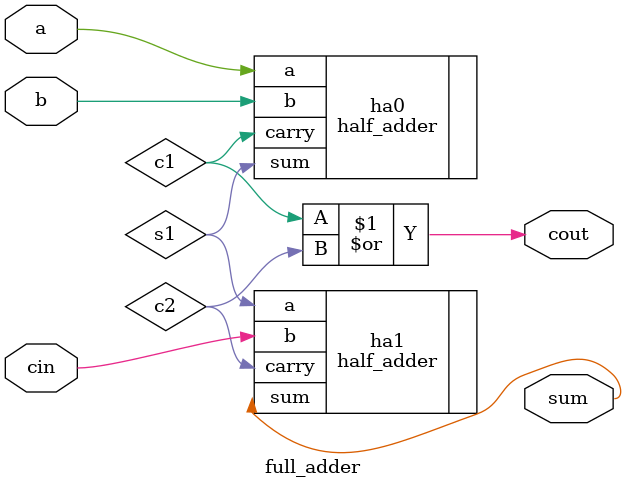
<source format=v>

`default_nettype none
`timescale 1ns/1ps


module full_adder(
  input  wire a,
  input  wire b,
  input  wire cin,
  output wire sum,
  output wire cout
);
  wire s1, c1, c2;

  half_adder ha0(.a(a),  .b(b),   .sum(s1),  .carry(c1));
  half_adder ha1(.a(s1), .b(cin), .sum(sum), .carry(c2));

  or (cout, c1, c2);

endmodule



</source>
